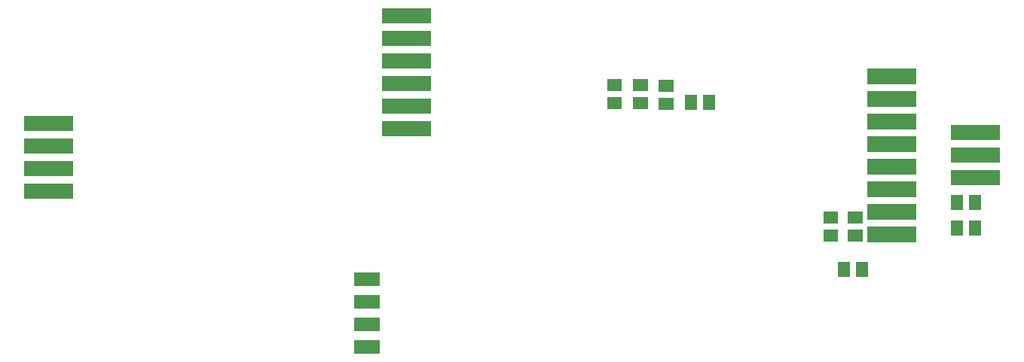
<source format=gts>
G04 Layer: TopSolderMaskLayer*
G04 EasyEDA v6.4.31, 2022-02-02 03:50:30*
G04 0b916ec405ec4e9094bbf8359c402fb2,658f5e24285b455797eae137c281a567,10*
G04 Gerber Generator version 0.2*
G04 Scale: 100 percent, Rotated: No, Reflected: No *
G04 Dimensions in millimeters *
G04 leading zeros omitted , absolute positions ,4 integer and 5 decimal *
%FSLAX45Y45*%
%MOMM*%

%ADD28R,3.0023X1.5037*%

%LPD*%
G36*
X10879074Y-1198879D02*
G01*
X10879074Y-1026160D01*
X11427206Y-1026160D01*
X11427206Y-1198879D01*
G37*
G36*
X10879074Y-1452879D02*
G01*
X10879074Y-1280160D01*
X11427206Y-1280160D01*
X11427206Y-1452879D01*
G37*
G36*
X10879074Y-1706879D02*
G01*
X10879074Y-1534160D01*
X11427206Y-1534160D01*
X11427206Y-1706879D01*
G37*
G36*
X465073Y-1097279D02*
G01*
X465073Y-924560D01*
X1013205Y-924560D01*
X1013205Y-1097279D01*
G37*
G36*
X465073Y-1351279D02*
G01*
X465073Y-1178560D01*
X1013205Y-1178560D01*
X1013205Y-1351279D01*
G37*
G36*
X465073Y-1605279D02*
G01*
X465073Y-1432560D01*
X1013205Y-1432560D01*
X1013205Y-1605279D01*
G37*
G36*
X465073Y-1859279D02*
G01*
X465073Y-1686560D01*
X1013205Y-1686560D01*
X1013205Y-1859279D01*
G37*
G36*
X9719309Y-2336292D02*
G01*
X9719309Y-2200147D01*
X9884409Y-2200147D01*
X9884409Y-2336292D01*
G37*
G36*
X9719309Y-2133092D02*
G01*
X9719309Y-1996947D01*
X9884409Y-1996947D01*
X9884409Y-2133092D01*
G37*
G36*
X9444990Y-2338831D02*
G01*
X9444990Y-2202687D01*
X9610090Y-2202687D01*
X9610090Y-2338831D01*
G37*
G36*
X9444990Y-2135631D02*
G01*
X9444990Y-1999487D01*
X9610090Y-1999487D01*
X9610090Y-2135631D01*
G37*
G36*
X9936734Y-566420D02*
G01*
X9936734Y-393700D01*
X10484865Y-393700D01*
X10484865Y-566420D01*
G37*
G36*
X9936734Y-820420D02*
G01*
X9936734Y-647700D01*
X10484865Y-647700D01*
X10484865Y-820420D01*
G37*
G36*
X9936734Y-1074420D02*
G01*
X9936734Y-901700D01*
X10484865Y-901700D01*
X10484865Y-1074420D01*
G37*
G36*
X9936734Y-1328420D02*
G01*
X9936734Y-1155700D01*
X10484865Y-1155700D01*
X10484865Y-1328420D01*
G37*
G36*
X9936734Y-1582420D02*
G01*
X9936734Y-1409700D01*
X10484865Y-1409700D01*
X10484865Y-1582420D01*
G37*
G36*
X9936734Y-1836420D02*
G01*
X9936734Y-1663700D01*
X10484865Y-1663700D01*
X10484865Y-1836420D01*
G37*
G36*
X9936734Y-2090420D02*
G01*
X9936734Y-1917700D01*
X10484865Y-1917700D01*
X10484865Y-2090420D01*
G37*
G36*
X9936734Y-2344420D02*
G01*
X9936734Y-2171700D01*
X10484865Y-2171700D01*
X10484865Y-2344420D01*
G37*
G36*
X4483354Y113537D02*
G01*
X4483354Y286257D01*
X5031486Y286257D01*
X5031486Y113537D01*
G37*
G36*
X4483354Y-140462D02*
G01*
X4483354Y32257D01*
X5031486Y32257D01*
X5031486Y-140462D01*
G37*
G36*
X4483354Y-394462D02*
G01*
X4483354Y-221742D01*
X5031486Y-221742D01*
X5031486Y-394462D01*
G37*
G36*
X4483354Y-648462D02*
G01*
X4483354Y-475742D01*
X5031486Y-475742D01*
X5031486Y-648462D01*
G37*
G36*
X4483354Y-902462D02*
G01*
X4483354Y-729742D01*
X5031486Y-729742D01*
X5031486Y-902462D01*
G37*
G36*
X4483354Y-1156462D02*
G01*
X4483354Y-983742D01*
X5031486Y-983742D01*
X5031486Y-1156462D01*
G37*
D28*
G01*
X4315459Y-3520439D03*
G01*
X4315459Y-3266439D03*
G01*
X4315459Y-3012439D03*
G01*
X4315459Y-2758439D03*
G36*
X9804908Y-2735326D02*
G01*
X9804908Y-2568194D01*
X9941052Y-2568194D01*
X9941052Y-2735326D01*
G37*
G36*
X9601708Y-2735326D02*
G01*
X9601708Y-2568194D01*
X9737852Y-2568194D01*
X9737852Y-2735326D01*
G37*
G36*
X7303770Y-647192D02*
G01*
X7303770Y-511047D01*
X7468870Y-511047D01*
X7468870Y-647192D01*
G37*
G36*
X7303770Y-850392D02*
G01*
X7303770Y-714247D01*
X7468870Y-714247D01*
X7468870Y-850392D01*
G37*
G36*
X11079988Y-2266950D02*
G01*
X11079988Y-2101850D01*
X11216131Y-2101850D01*
X11216131Y-2266950D01*
G37*
G36*
X10876788Y-2266950D02*
G01*
X10876788Y-2101850D01*
X11012931Y-2101850D01*
X11012931Y-2266950D01*
G37*
G36*
X10874247Y-1979929D02*
G01*
X10874247Y-1814829D01*
X11010391Y-1814829D01*
X11010391Y-1979929D01*
G37*
G36*
X11077447Y-1979929D02*
G01*
X11077447Y-1814829D01*
X11213591Y-1814829D01*
X11213591Y-1979929D01*
G37*
G36*
X7014209Y-647192D02*
G01*
X7014209Y-511047D01*
X7179309Y-511047D01*
X7179309Y-647192D01*
G37*
G36*
X7014209Y-850392D02*
G01*
X7014209Y-714247D01*
X7179309Y-714247D01*
X7179309Y-850392D01*
G37*
G36*
X7589774Y-652271D02*
G01*
X7589774Y-516128D01*
X7756906Y-516128D01*
X7756906Y-652271D01*
G37*
G36*
X7589774Y-855471D02*
G01*
X7589774Y-719328D01*
X7756906Y-719328D01*
X7756906Y-855471D01*
G37*
G36*
X8090408Y-858265D02*
G01*
X8090408Y-691134D01*
X8226552Y-691134D01*
X8226552Y-858265D01*
G37*
G36*
X7887208Y-858265D02*
G01*
X7887208Y-691134D01*
X8023352Y-691134D01*
X8023352Y-858265D01*
G37*
M02*

</source>
